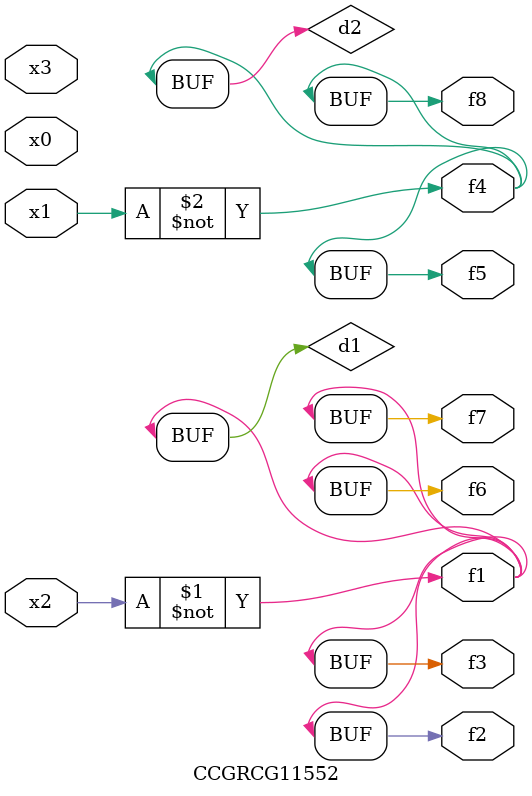
<source format=v>
module CCGRCG11552(
	input x0, x1, x2, x3,
	output f1, f2, f3, f4, f5, f6, f7, f8
);

	wire d1, d2;

	xnor (d1, x2);
	not (d2, x1);
	assign f1 = d1;
	assign f2 = d1;
	assign f3 = d1;
	assign f4 = d2;
	assign f5 = d2;
	assign f6 = d1;
	assign f7 = d1;
	assign f8 = d2;
endmodule

</source>
